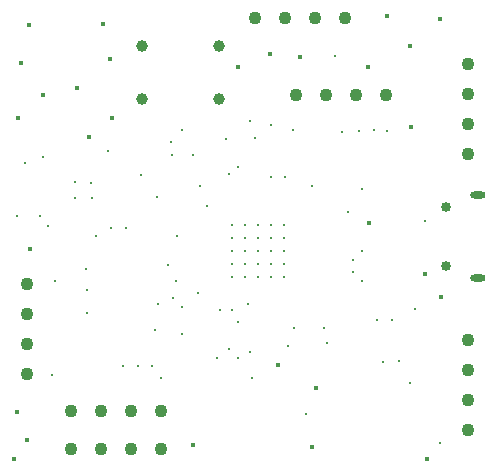
<source format=gbr>
%TF.GenerationSoftware,Altium Limited,Altium Designer,24.1.2 (44)*%
G04 Layer_Color=0*
%FSLAX45Y45*%
%MOMM*%
%TF.SameCoordinates,9F746DA8-F38A-4014-887F-1EC8760E2830*%
%TF.FilePolarity,Positive*%
%TF.FileFunction,Plated,1,4,PTH,Drill*%
%TF.Part,Single*%
G01*
G75*
%TA.AperFunction,ComponentDrill*%
%ADD77C,0.99000*%
%ADD78C,1.10000*%
%ADD79C,1.10000*%
%ADD80O,1.30000X0.60000*%
%ADD81C,0.85000*%
%TA.AperFunction,ViaDrill,NotFilled*%
%ADD82C,0.40000*%
%ADD83C,0.30000*%
%ADD84C,0.20000*%
D77*
X8685000Y10565000D02*
D03*
X8035000D02*
D03*
X8685000Y11015000D02*
D03*
X8035000D02*
D03*
D78*
X9246000Y11250000D02*
D03*
X8992000D02*
D03*
X9500000D02*
D03*
X9754000D02*
D03*
X9846000Y10600000D02*
D03*
X10100000D02*
D03*
X9592000D02*
D03*
X9338000D02*
D03*
X7692000Y7925000D02*
D03*
X7438000D02*
D03*
X7946000D02*
D03*
X8200000D02*
D03*
X7692000Y7600000D02*
D03*
X7438000D02*
D03*
X7946000D02*
D03*
X8200000D02*
D03*
D79*
X10800000Y10354000D02*
D03*
Y10100000D02*
D03*
Y10608000D02*
D03*
Y10862000D02*
D03*
X10797500Y8265000D02*
D03*
Y8519000D02*
D03*
Y8011000D02*
D03*
Y7757000D02*
D03*
X7065000Y8490500D02*
D03*
Y8236500D02*
D03*
Y8744500D02*
D03*
Y8998500D02*
D03*
D80*
X10880000Y9050000D02*
D03*
Y9750000D02*
D03*
D81*
X10610000Y9150000D02*
D03*
Y9650000D02*
D03*
D82*
X10567500Y8885000D02*
D03*
X6955000Y7512500D02*
D03*
X6980000Y7912500D02*
D03*
X7487500Y10655000D02*
D03*
X7785000Y10402500D02*
D03*
X6987500D02*
D03*
X7010000Y10865000D02*
D03*
X7707710Y11202034D02*
D03*
X7080000Y11187500D02*
D03*
X9510000Y8115000D02*
D03*
X10430000Y9085000D02*
D03*
X9955000Y9517500D02*
D03*
X10315000Y10327500D02*
D03*
X10557500Y11242500D02*
D03*
X10110000Y11265000D02*
D03*
X10305000Y11010000D02*
D03*
X9947500Y10837500D02*
D03*
X9122500Y10947500D02*
D03*
X9375000Y10922500D02*
D03*
X8847500Y10837500D02*
D03*
X7762500Y10902500D02*
D03*
X7202500Y10595000D02*
D03*
X7590000Y10242500D02*
D03*
X7087500Y9295000D02*
D03*
X9185000Y8310000D02*
D03*
X10452500Y7512500D02*
D03*
X9477860Y7613086D02*
D03*
X8470000Y7630000D02*
D03*
X7065000Y7672500D02*
D03*
D83*
X10030000Y8690000D02*
D03*
X10152500D02*
D03*
X10302500Y8160000D02*
D03*
X10215000Y8345000D02*
D03*
X10080000Y8340000D02*
D03*
X7605000Y9852500D02*
D03*
X7610000Y9725000D02*
D03*
X7470000Y9722500D02*
D03*
X7472500Y9860000D02*
D03*
X8337500Y9402500D02*
D03*
X9675000Y10925000D02*
D03*
X9475000Y9825000D02*
D03*
X9317500Y10300000D02*
D03*
X9130000Y10340000D02*
D03*
X9250000Y9900000D02*
D03*
X9125000D02*
D03*
X9900000Y9025000D02*
D03*
X9825000Y9100000D02*
D03*
X9899801Y9275199D02*
D03*
X9825230Y9200230D02*
D03*
X10000000Y10300000D02*
D03*
X9900000Y9800000D02*
D03*
X8935000Y8825000D02*
D03*
X8950000Y8425000D02*
D03*
X8850000Y8675000D02*
D03*
Y8375000D02*
D03*
X8800000Y8775000D02*
D03*
X8775000Y8450000D02*
D03*
X8675000Y8375000D02*
D03*
X8700000Y8775000D02*
D03*
X8375000Y8575000D02*
D03*
Y8800000D02*
D03*
X8125000Y8305000D02*
D03*
X8142950Y8607049D02*
D03*
X8000000Y8305000D02*
D03*
X8300000Y8875000D02*
D03*
X7875000Y8305000D02*
D03*
X8971079Y8200000D02*
D03*
X8200000D02*
D03*
X8507312Y8917583D02*
D03*
X7275000Y8225000D02*
D03*
X7300000Y9025000D02*
D03*
X8950000Y10375000D02*
D03*
X8990000Y10230000D02*
D03*
X8750000Y10225000D02*
D03*
X7240000Y9490000D02*
D03*
X7200000Y10075000D02*
D03*
X7561789Y9128210D02*
D03*
X7575000Y8750000D02*
D03*
Y8950000D02*
D03*
X7900000Y9475000D02*
D03*
X9600000Y8500000D02*
D03*
X9275000Y8475000D02*
D03*
X8175000Y8825000D02*
D03*
X9425000Y7900000D02*
D03*
X8286412Y10200000D02*
D03*
X8292500Y10090000D02*
D03*
X8375000Y10300000D02*
D03*
X10563195Y7650015D02*
D03*
X10436250Y9533750D02*
D03*
X10110000Y10290000D02*
D03*
X8470000Y10090000D02*
D03*
X8030000Y9920000D02*
D03*
X8770000Y9930000D02*
D03*
X9780000Y9610000D02*
D03*
X9575000Y8625000D02*
D03*
X8590000Y9660000D02*
D03*
X8160000Y9730000D02*
D03*
X7650000Y9400000D02*
D03*
X7775000Y9475000D02*
D03*
X6975000Y9575000D02*
D03*
X7050000Y10025000D02*
D03*
X8850000Y9990000D02*
D03*
X9730000Y10283911D02*
D03*
X10350000Y8783911D02*
D03*
X9325000Y8625000D02*
D03*
X8325000Y9025000D02*
D03*
X8525000Y9825000D02*
D03*
X7750000Y10125000D02*
D03*
X7175000Y9575000D02*
D03*
X9870000Y10290000D02*
D03*
X8260000Y9155000D02*
D03*
D84*
X9235000Y9055000D02*
D03*
X9125000D02*
D03*
X9015000D02*
D03*
X8905000D02*
D03*
X8795000D02*
D03*
X9235000Y9165000D02*
D03*
X9125000D02*
D03*
X9015000D02*
D03*
X8905000D02*
D03*
X8795000D02*
D03*
X9235000Y9275000D02*
D03*
X9125000D02*
D03*
X9015000D02*
D03*
X8905000D02*
D03*
X8795000D02*
D03*
X9235000Y9385000D02*
D03*
X9125000D02*
D03*
X9015000D02*
D03*
X8905000D02*
D03*
X8795000D02*
D03*
X9235000Y9495000D02*
D03*
X9125000D02*
D03*
X9015000D02*
D03*
X8905000D02*
D03*
X8795000D02*
D03*
%TF.MD5,7dc2b6868eddc30aad4ff5ef4b680469*%
M02*

</source>
